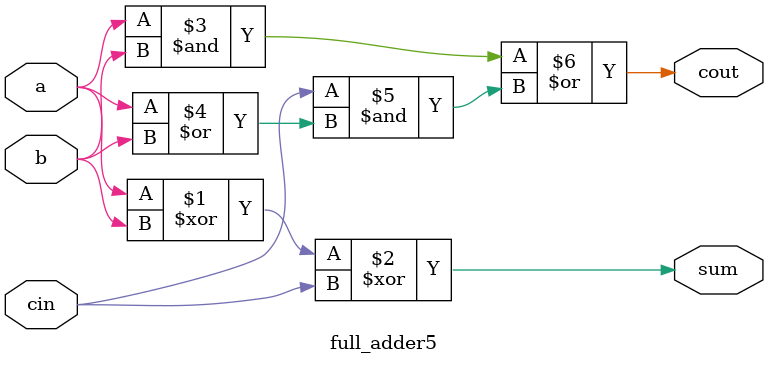
<source format=v>
module full_adder5(a,b,cin,sum,cout);
input a,b,cin;
output sum,cout;
assign sum = a^b^cin;
assign cout = a&b|cin&(a|b); 
// initial begin
//     $display("The correct adder");
// end   
endmodule
</source>
